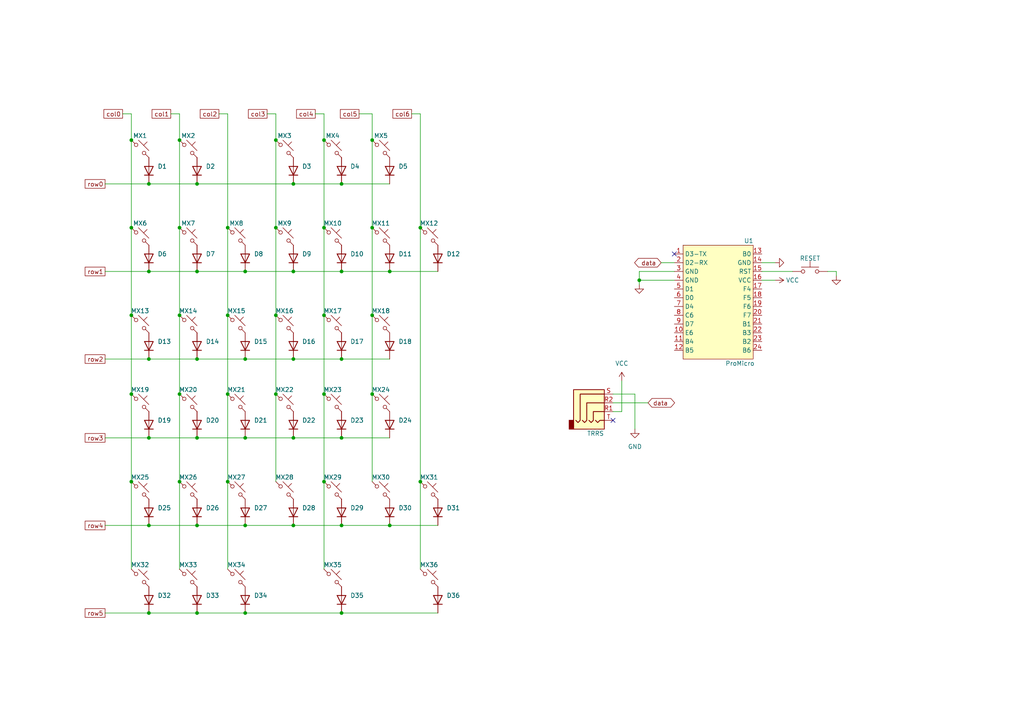
<source format=kicad_sch>
(kicad_sch (version 20230121) (generator eeschema)
  (paper "A4")
  (lib_symbols
    (symbol "Connector_Audio:AudioJack4"
      (property "Reference" "J" (at 0 8.89 0))
      (property "Value" "AudioJack4" (at 0 6.35 0))
      (symbol "AudioJack4_0_1"
        (rectangle (start -6.35 -5.08) (end -7.62 -7.62) (stroke (width 0.254)) (fill (type outline)))
        (polyline (pts (xy 0 -5.08) (xy 0.635 -5.715) (xy 1.27 -5.08) (xy 2.54 -5.08)) (stroke (width 0.254)))
        (polyline (pts (xy -5.715 -5.08) (xy -5.08 -5.715) (xy -4.445 -5.08) (xy -4.445 2.54) (xy 2.54 2.54)) (stroke (width 0.254)))
        (polyline (pts (xy -1.905 -5.08) (xy -1.27 -5.715) (xy -0.635 -5.08) (xy -0.635 -2.54) (xy 2.54 -2.54)) (stroke (width 0.254)))
        (polyline (pts (xy 2.54 0) (xy -2.54 0) (xy -2.54 -5.08) (xy -3.175 -5.715) (xy -3.81 -5.08)) (stroke (width 0.254)))
        (rectangle (start 2.54 3.81) (end -6.35 -7.62) (stroke (width 0.254)) (fill (type background)))
      )
      (symbol "AudioJack4_1_1"
        (pin passive line (at 5.08 -2.54 180) (length 2.54) (name "~") (number "R1"))
        (pin passive line (at 5.08 0 180) (length 2.54) (name "~") (number "R2"))
        (pin passive line (at 5.08 2.54 180) (length 2.54) (name "~") (number "S"))
        (pin passive line (at 5.08 -5.08 180) (length 2.54) (name "~") (number "T"))
      )
    )
    (symbol "ScottoKeebs:Placeholder_Diode" (pin_numbers hide) (pin_names hide)
      (property "Reference" "D" (at 0 2.54 0))
      (property "Value" "Diode" (at 0 -2.54 0))
      (symbol "Placeholder_Diode_0_1"
        (polyline (pts (xy -1.27 1.27) (xy -1.27 -1.27)) (stroke (width 0.254)))
        (polyline (pts (xy 1.27 0) (xy -1.27 0)))
        (polyline (pts (xy 1.27 1.27) (xy 1.27 -1.27) (xy -1.27 0) (xy 1.27 1.27)) (stroke (width 0.254)))
      )
      (symbol "Placeholder_Diode_1_1"
        (pin passive line (at -3.81 0 0) (length 2.54) (name "K") (number "1"))
        (pin passive line (at 3.81 0 180) (length 2.54) (name "A") (number "2"))
      )
    )
    (symbol "Switch:SW_Push" (pin_numbers hide) (pin_names (offset 1.016) hide)
      (property "Reference" "SW" (at 1.27 2.54 0))
      (property "Value" "SW_Push" (at 0 -1.524 0))
      (symbol "SW_Push_0_1"
        (circle (center -2.032 0) (radius 0.508))
        (polyline (pts (xy 0 1.27) (xy 0 3.048)))
        (polyline (pts (xy 2.54 1.27) (xy -2.54 1.27)))
        (circle (center 2.032 0) (radius 0.508))
        (pin passive line (at -5.08 0 0) (length 2.54) (name "1") (number "1"))
        (pin passive line (at 5.08 0 180) (length 2.54) (name "2") (number "2"))
      )
    )
    (symbol "marbastlib-mx:MX_SW_solder" (pin_numbers hide) (pin_names (offset 1.016) hide)
      (property "Reference" "MX" (at 3.048 1.016 0))
      (property "Value" "MX_SW_solder" (at 0 -3.81 0))
      (symbol "MX_SW_solder_0_1"
        (circle (center -1.1684 1.1684) (radius 0.508))
        (polyline (pts (xy -0.508 2.54) (xy 2.54 -0.508)))
        (polyline (pts (xy 1.016 1.016) (xy 2.032 2.032)))
        (polyline (pts (xy -2.54 2.54) (xy -1.524 1.524) (xy -1.524 1.524)))
        (polyline (pts (xy 1.524 -1.524) (xy 2.54 -2.54) (xy 2.54 -2.54) (xy 2.54 -2.54)))
        (circle (center 1.143 -1.1938) (radius 0.508))
        (pin passive line (at -2.54 2.54 0) (length 0) (name "1") (number "1"))
        (pin passive line (at 2.54 -2.54 180) (length 0) (name "2") (number "2"))
      )
    )
    (symbol "marbastlib-promicroish:Arduino_ProMicro" (in_bom no)
      (property "Reference" "U" (at 0 20.32 0))
      (property "Value" "ProMicro" (at 0 17.78 0))
      (symbol "Arduino_ProMicro_0_0"
        (pin bidirectional line (at -12.7 13.97 0) (length 2.54) (name "D3-TX") (number "1"))
        (pin bidirectional line (at -12.7 -8.89 0) (length 2.54) (name "E6") (number "10"))
        (pin bidirectional line (at -12.7 -11.43 0) (length 2.54) (name "B4") (number "11"))
        (pin bidirectional line (at -12.7 -13.97 0) (length 2.54) (name "B5") (number "12"))
        (pin power_out line (at 12.7 11.43 180) (length 2.54) (name "GND") (number "14"))
        (pin bidirectional line (at 12.7 8.89 180) (length 2.54) (name "RST") (number "15"))
        (pin bidirectional line (at 12.7 3.81 180) (length 2.54) (name "F4") (number "17"))
        (pin bidirectional line (at 12.7 1.27 180) (length 2.54) (name "F5") (number "18"))
        (pin bidirectional line (at 12.7 -1.27 180) (length 2.54) (name "F6") (number "19"))
        (pin bidirectional line (at -12.7 11.43 0) (length 2.54) (name "D2-RX") (number "2"))
        (pin bidirectional line (at 12.7 -3.81 180) (length 2.54) (name "F7") (number "20"))
        (pin bidirectional line (at 12.7 -6.35 180) (length 2.54) (name "B1") (number "21"))
        (pin bidirectional line (at 12.7 -8.89 180) (length 2.54) (name "B3") (number "22"))
        (pin bidirectional line (at 12.7 -11.43 180) (length 2.54) (name "B2") (number "23"))
        (pin bidirectional line (at 12.7 -13.97 180) (length 2.54) (name "B6") (number "24"))
        (pin power_out line (at -12.7 8.89 0) (length 2.54) (name "GND") (number "3"))
        (pin power_out line (at -12.7 6.35 0) (length 2.54) (name "GND") (number "4"))
        (pin bidirectional line (at -12.7 3.81 0) (length 2.54) (name "D1") (number "5"))
        (pin bidirectional line (at -12.7 1.27 0) (length 2.54) (name "D0") (number "6"))
        (pin bidirectional line (at -12.7 -1.27 0) (length 2.54) (name "D4") (number "7"))
        (pin bidirectional line (at -12.7 -3.81 0) (length 2.54) (name "C6") (number "8"))
        (pin bidirectional line (at -12.7 -6.35 0) (length 2.54) (name "D7") (number "9"))
      )
      (symbol "Arduino_ProMicro_1_0"
        (pin bidirectional line (at 12.7 13.97 180) (length 2.54) (name "B0") (number "13"))
        (pin power_out line (at 12.7 6.35 180) (length 2.54) (name "VCC") (number "16"))
      )
      (symbol "Arduino_ProMicro_1_1"
        (rectangle (start -10.16 16.51) (end 10.16 -16.51) (fill (type background)))
      )
    )
    (symbol "power:GND" (power) (pin_names (offset 0))
      (property "Value" "GND" (at 0 -3.81 0))
      (symbol "GND_0_1"
        (polyline (pts (xy 0 0) (xy 0 -1.27) (xy 1.27 -1.27) (xy 0 -2.54) (xy -1.27 -1.27) (xy 0 -1.27)))
      )
      (symbol "GND_1_1"
        (pin power_in line (at 0 0 270) (length 0) hide (name "GND") (number "1"))
      )
    )
    (symbol "power:VCC" (power) (pin_names (offset 0))
      (property "Value" "VCC" (at 0 3.81 0))
      (symbol "VCC_0_1"
        (polyline (pts (xy -0.762 1.27) (xy 0 2.54)))
        (polyline (pts (xy 0 0) (xy 0 2.54)))
        (polyline (pts (xy 0 2.54) (xy 0.762 1.27)))
      )
      (symbol "VCC_1_1"
        (pin power_in line (at 0 0 90) (length 0) hide (name "VCC") (number "1"))
      )
    )
  )
  (junction (at 80.01 66.04))
  (junction (at 80.01 114.3))
  (junction (at 43.18 127))
  (junction (at 99.06 177.8))
  (junction (at 107.95 66.04))
  (junction (at 43.18 177.8))
  (junction (at 99.06 127))
  (junction (at 121.92 139.7))
  (junction (at 93.98 139.7))
  (junction (at 38.1 91.44))
  (junction (at 93.98 40.64))
  (junction (at 52.07 114.3))
  (junction (at 99.06 104.14))
  (junction (at 57.15 177.8))
  (junction (at 121.92 66.04))
  (junction (at 57.15 127))
  (junction (at 52.07 66.04))
  (junction (at 43.18 78.74))
  (junction (at 93.98 114.3))
  (junction (at 107.95 114.3))
  (junction (at 66.04 66.04))
  (junction (at 113.03 152.4))
  (junction (at 99.06 53.34))
  (junction (at 71.12 78.74))
  (junction (at 57.15 78.74))
  (junction (at 57.15 152.4))
  (junction (at 99.06 78.74))
  (junction (at 52.07 139.7))
  (junction (at 85.09 152.4))
  (junction (at 38.1 66.04))
  (junction (at 57.15 53.34))
  (junction (at 38.1 40.64))
  (junction (at 113.03 78.74))
  (junction (at 80.01 91.44))
  (junction (at 66.04 114.3))
  (junction (at 93.98 66.04))
  (junction (at 85.09 78.74))
  (junction (at 107.95 40.64))
  (junction (at 80.01 40.64))
  (junction (at 52.07 91.44))
  (junction (at 43.18 53.34))
  (junction (at 85.09 53.34))
  (junction (at 185.42 81.28))
  (junction (at 71.12 152.4))
  (junction (at 107.95 91.44))
  (junction (at 38.1 139.7))
  (junction (at 38.1 114.3))
  (junction (at 43.18 104.14))
  (junction (at 66.04 139.7))
  (junction (at 93.98 91.44))
  (junction (at 99.06 152.4))
  (junction (at 71.12 104.14))
  (junction (at 85.09 104.14))
  (junction (at 43.18 152.4))
  (junction (at 71.12 127))
  (junction (at 71.12 177.8))
  (junction (at 85.09 127))
  (junction (at 52.07 40.64))
  (junction (at 66.04 91.44))
  (junction (at 57.15 104.14))
  (no_connect (at 177.8 121.92))
  (no_connect (at 195.58 73.66))
  (wire (pts (xy 184.15 114.3) (xy 184.15 124.46)))
  (wire (pts (xy 113.03 78.74) (xy 127 78.74)))
  (wire (pts (xy 57.15 53.34) (xy 85.09 53.34)))
  (wire (pts (xy 107.95 66.04) (xy 107.95 91.44)))
  (wire (pts (xy 99.06 104.14) (xy 113.03 104.14)))
  (wire (pts (xy 195.58 78.74) (xy 185.42 78.74)))
  (wire (pts (xy 85.09 104.14) (xy 99.06 104.14)))
  (wire (pts (xy 107.95 91.44) (xy 107.95 114.3)))
  (wire (pts (xy 52.07 91.44) (xy 52.07 114.3)))
  (wire (pts (xy 66.04 91.44) (xy 66.04 114.3)))
  (wire (pts (xy 93.98 40.64) (xy 93.98 66.04)))
  (wire (pts (xy 85.09 53.34) (xy 99.06 53.34)))
  (wire (pts (xy 52.07 33.02) (xy 52.07 40.64)))
  (wire (pts (xy 57.15 177.8) (xy 71.12 177.8)))
  (wire (pts (xy 80.01 66.04) (xy 80.01 91.44)))
  (wire (pts (xy 93.98 139.7) (xy 93.98 165.1)))
  (wire (pts (xy 180.34 119.38) (xy 180.34 110.49)))
  (wire (pts (xy 195.58 81.28) (xy 185.42 81.28)))
  (wire (pts (xy 77.47 33.02) (xy 80.01 33.02)))
  (wire (pts (xy 30.48 53.34) (xy 43.18 53.34)))
  (wire (pts (xy 43.18 127) (xy 57.15 127)))
  (wire (pts (xy 43.18 177.8) (xy 57.15 177.8)))
  (wire (pts (xy 177.8 114.3) (xy 184.15 114.3)))
  (wire (pts (xy 49.53 33.02) (xy 52.07 33.02)))
  (wire (pts (xy 107.95 33.02) (xy 107.95 40.64)))
  (wire (pts (xy 85.09 127) (xy 99.06 127)))
  (wire (pts (xy 93.98 66.04) (xy 93.98 91.44)))
  (wire (pts (xy 99.06 53.34) (xy 113.03 53.34)))
  (wire (pts (xy 93.98 33.02) (xy 93.98 40.64)))
  (wire (pts (xy 220.98 78.74) (xy 229.87 78.74)))
  (wire (pts (xy 121.92 139.7) (xy 121.92 165.1)))
  (wire (pts (xy 66.04 66.04) (xy 66.04 91.44)))
  (wire (pts (xy 224.79 76.2) (xy 220.98 76.2)))
  (wire (pts (xy 43.18 104.14) (xy 57.15 104.14)))
  (wire (pts (xy 66.04 33.02) (xy 66.04 66.04)))
  (wire (pts (xy 66.04 139.7) (xy 66.04 165.1)))
  (wire (pts (xy 93.98 91.44) (xy 93.98 114.3)))
  (wire (pts (xy 57.15 104.14) (xy 71.12 104.14)))
  (wire (pts (xy 85.09 152.4) (xy 99.06 152.4)))
  (wire (pts (xy 43.18 78.74) (xy 57.15 78.74)))
  (wire (pts (xy 71.12 127) (xy 85.09 127)))
  (wire (pts (xy 38.1 66.04) (xy 38.1 91.44)))
  (wire (pts (xy 185.42 78.74) (xy 185.42 81.28)))
  (wire (pts (xy 63.5 33.02) (xy 66.04 33.02)))
  (wire (pts (xy 52.07 40.64) (xy 52.07 66.04)))
  (wire (pts (xy 43.18 152.4) (xy 57.15 152.4)))
  (wire (pts (xy 191.77 76.2) (xy 195.58 76.2)))
  (wire (pts (xy 240.03 78.74) (xy 242.57 78.74)))
  (wire (pts (xy 30.48 104.14) (xy 43.18 104.14)))
  (wire (pts (xy 30.48 78.74) (xy 43.18 78.74)))
  (wire (pts (xy 91.44 33.02) (xy 93.98 33.02)))
  (wire (pts (xy 242.57 78.74) (xy 242.57 80.01)))
  (wire (pts (xy 38.1 114.3) (xy 38.1 139.7)))
  (wire (pts (xy 30.48 177.8) (xy 43.18 177.8)))
  (wire (pts (xy 107.95 114.3) (xy 107.95 139.7)))
  (wire (pts (xy 80.01 91.44) (xy 80.01 114.3)))
  (wire (pts (xy 35.56 33.02) (xy 38.1 33.02)))
  (wire (pts (xy 38.1 91.44) (xy 38.1 114.3)))
  (wire (pts (xy 107.95 40.64) (xy 107.95 66.04)))
  (wire (pts (xy 113.03 151.13) (xy 113.03 152.4)))
  (wire (pts (xy 30.48 152.4) (xy 43.18 152.4)))
  (wire (pts (xy 80.01 114.3) (xy 80.01 139.7)))
  (wire (pts (xy 71.12 152.4) (xy 85.09 152.4)))
  (wire (pts (xy 71.12 78.74) (xy 85.09 78.74)))
  (wire (pts (xy 224.79 81.28) (xy 220.98 81.28)))
  (wire (pts (xy 177.8 119.38) (xy 180.34 119.38)))
  (wire (pts (xy 52.07 139.7) (xy 52.07 165.1)))
  (wire (pts (xy 38.1 139.7) (xy 38.1 165.1)))
  (wire (pts (xy 52.07 114.3) (xy 52.07 139.7)))
  (wire (pts (xy 57.15 127) (xy 71.12 127)))
  (wire (pts (xy 99.06 127) (xy 113.03 127)))
  (wire (pts (xy 52.07 66.04) (xy 52.07 91.44)))
  (wire (pts (xy 66.04 114.3) (xy 66.04 139.7)))
  (wire (pts (xy 71.12 177.8) (xy 99.06 177.8)))
  (wire (pts (xy 104.14 33.02) (xy 107.95 33.02)))
  (wire (pts (xy 119.38 33.02) (xy 121.92 33.02)))
  (wire (pts (xy 57.15 152.4) (xy 71.12 152.4)))
  (wire (pts (xy 38.1 33.02) (xy 38.1 40.64)))
  (wire (pts (xy 57.15 78.74) (xy 71.12 78.74)))
  (wire (pts (xy 99.06 152.4) (xy 113.03 152.4)))
  (wire (pts (xy 121.92 66.04) (xy 121.92 139.7)))
  (wire (pts (xy 93.98 114.3) (xy 93.98 139.7)))
  (wire (pts (xy 121.92 33.02) (xy 121.92 66.04)))
  (wire (pts (xy 185.42 81.28) (xy 185.42 82.55)))
  (wire (pts (xy 71.12 104.14) (xy 85.09 104.14)))
  (wire (pts (xy 113.03 152.4) (xy 127 152.4)))
  (wire (pts (xy 177.8 116.84) (xy 187.96 116.84)))
  (wire (pts (xy 99.06 177.8) (xy 127 177.8)))
  (wire (pts (xy 80.01 40.64) (xy 80.01 66.04)))
  (wire (pts (xy 80.01 33.02) (xy 80.01 40.64)))
  (wire (pts (xy 30.48 127) (xy 43.18 127)))
  (wire (pts (xy 43.18 53.34) (xy 57.15 53.34)))
  (wire (pts (xy 38.1 40.64) (xy 38.1 66.04)))
  (wire (pts (xy 99.06 78.74) (xy 113.03 78.74)))
  (wire (pts (xy 85.09 78.74) (xy 99.06 78.74)))
  (global_label "row5" (shape passive) (at 30.48 177.8 180) (property "Intersheetrefs" "${INTERSHEET_REFS}" (effects hide)))
  (global_label "col2" (shape passive) (at 63.5 33.02 180) (property "Intersheetrefs" "${INTERSHEET_REFS}" (effects hide)))
  (global_label "row1" (shape passive) (at 30.48 78.74 180) (property "Intersheetrefs" "${INTERSHEET_REFS}" (effects hide)))
  (global_label "col6" (shape passive) (at 119.38 33.02 180) (property "Intersheetrefs" "${INTERSHEET_REFS}" (effects hide)))
  (global_label "row2" (shape passive) (at 30.48 104.14 180) (property "Intersheetrefs" "${INTERSHEET_REFS}" (effects hide)))
  (global_label "row3" (shape passive) (at 30.48 127 180) (property "Intersheetrefs" "${INTERSHEET_REFS}" (effects hide)))
  (global_label "col3" (shape passive) (at 77.47 33.02 180) (property "Intersheetrefs" "${INTERSHEET_REFS}" (effects hide)))
  (global_label "col4" (shape passive) (at 91.44 33.02 180) (property "Intersheetrefs" "${INTERSHEET_REFS}" (effects hide)))
  (global_label "row0" (shape passive) (at 30.48 53.34 180) (property "Intersheetrefs" "${INTERSHEET_REFS}" (effects hide)))
  (global_label "data" (shape bidirectional) (at 191.77 76.2 180) (property "Intersheetrefs" "${INTERSHEET_REFS}" (effects hide)))
  (global_label "col5" (shape passive) (at 104.14 33.02 180) (property "Intersheetrefs" "${INTERSHEET_REFS}" (effects hide)))
  (global_label "col1" (shape passive) (at 49.53 33.02 180) (property "Intersheetrefs" "${INTERSHEET_REFS}" (effects hide)))
  (global_label "col0" (shape passive) (at 35.56 33.02 180) (property "Intersheetrefs" "${INTERSHEET_REFS}" (effects hide)))
  (global_label "data" (shape bidirectional) (at 187.96 116.84 0) (property "Intersheetrefs" "${INTERSHEET_REFS}" (effects hide)))
  (global_label "row4" (shape passive) (at 30.48 152.4 180) (property "Intersheetrefs" "${INTERSHEET_REFS}" (effects hide)))
  (symbol (lib_id "ScottoKeebs:Placeholder_Diode") (at 57.15 148.59 90) (unit 1)
    (property "Reference" "D26" (at 59.69 147.32 90) (effects (justify right)))
    (property "Value" "Diode" (effects hide))
    (property "Sim.Device" "D" (effects hide))
    (property "Sim.Pins" "1=K 2=A" (effects hide))
  )
  (symbol (lib_id "ScottoKeebs:Placeholder_Diode") (at 99.06 173.99 90) (unit 1)
    (property "Reference" "D35" (at 101.6 172.72 90) (effects (justify right)))
    (property "Value" "Diode" (effects hide))
    (property "Sim.Device" "D" (effects hide))
    (property "Sim.Pins" "1=K 2=A" (effects hide))
  )
  (symbol (lib_id "ScottoKeebs:Placeholder_Diode") (at 85.09 74.93 90) (unit 1)
    (property "Reference" "D9" (at 87.63 73.66 90) (effects (justify right)))
    (property "Value" "Diode" (effects hide))
    (property "Sim.Device" "D" (effects hide))
    (property "Sim.Pins" "1=K 2=A" (effects hide))
  )
  (symbol (lib_id "ScottoKeebs:Placeholder_Diode") (at 85.09 148.59 90) (unit 1)
    (property "Reference" "D28" (at 87.63 147.32 90) (effects (justify right)))
    (property "Value" "Diode" (effects hide))
    (property "Sim.Device" "D" (effects hide))
    (property "Sim.Pins" "1=K 2=A" (effects hide))
  )
  (symbol (lib_id "marbastlib-mx:MX_SW_solder") (at 40.64 142.24 0) (unit 1)
    (property "Reference" "MX25" (at 40.64 138.43 0))
    (property "Value" "MX_SW_solder" (effects hide))
    (property "Footprint" "PCM_marbastlib-mx:SW_MX_1u" (effects hide))
  )
  (symbol (lib_id "power:GND") (at 185.42 82.55 0) (unit 1)
    (property "Reference" "#PWR01" (effects hide))
    (property "Value" "GND" (effects hide))
  )
  (symbol (lib_id "marbastlib-mx:MX_SW_solder") (at 124.46 142.24 0) (unit 1)
    (property "Reference" "MX31" (at 124.46 138.43 0))
    (property "Value" "MX_SW_solder" (effects hide))
    (property "Footprint" "PCM_marbastlib-mx:SW_MX_1u" (effects hide))
  )
  (symbol (lib_id "ScottoKeebs:Placeholder_Diode") (at 71.12 173.99 90) (unit 1)
    (property "Reference" "D34" (at 73.66 172.72 90) (effects (justify right)))
    (property "Value" "Diode" (effects hide))
    (property "Sim.Device" "D" (effects hide))
    (property "Sim.Pins" "1=K 2=A" (effects hide))
  )
  (symbol (lib_id "marbastlib-mx:MX_SW_solder") (at 68.58 167.64 0) (unit 1)
    (property "Reference" "MX34" (at 68.58 163.83 0))
    (property "Value" "MX_SW_solder" (effects hide))
    (property "Footprint" "PCM_marbastlib-mx:SW_MX_1u" (effects hide))
  )
  (symbol (lib_id "ScottoKeebs:Placeholder_Diode") (at 127 148.59 90) (unit 1)
    (property "Reference" "D31" (at 129.54 147.32 90) (effects (justify right)))
    (property "Value" "Diode" (effects hide))
    (property "Sim.Device" "D" (effects hide))
    (property "Sim.Pins" "1=K 2=A" (effects hide))
  )
  (symbol (lib_id "ScottoKeebs:Placeholder_Diode") (at 57.15 100.33 90) (unit 1)
    (property "Reference" "D14" (at 59.69 99.06 90) (effects (justify right)))
    (property "Value" "Diode" (effects hide))
    (property "Sim.Device" "D" (effects hide))
    (property "Sim.Pins" "1=K 2=A" (effects hide))
  )
  (symbol (lib_id "marbastlib-mx:MX_SW_solder") (at 82.55 68.58 0) (unit 1)
    (property "Reference" "MX9" (at 82.55 64.77 0))
    (property "Value" "MX_SW_solder" (effects hide))
    (property "Footprint" "PCM_marbastlib-mx:SW_MX_1u" (effects hide))
  )
  (symbol (lib_id "Switch:SW_Push") (at 234.95 78.74 0) (unit 1)
    (property "Reference" "SW1" (effects hide))
    (property "Value" "RESET" (at 234.95 74.93 0))
  )
  (symbol (lib_id "ScottoKeebs:Placeholder_Diode") (at 71.12 74.93 90) (unit 1)
    (property "Reference" "D8" (at 73.66 73.66 90) (effects (justify right)))
    (property "Value" "Diode" (effects hide))
    (property "Sim.Device" "D" (effects hide))
    (property "Sim.Pins" "1=K 2=A" (effects hide))
  )
  (symbol (lib_id "marbastlib-mx:MX_SW_solder") (at 40.64 43.18 0) (unit 1)
    (property "Reference" "MX1" (at 40.64 39.37 0))
    (property "Value" "MX_SW_solder" (effects hide))
    (property "Footprint" "PCM_marbastlib-mx:SW_MX_1u" (effects hide))
  )
  (symbol (lib_id "marbastlib-mx:MX_SW_solder") (at 82.55 93.98 0) (unit 1)
    (property "Reference" "MX16" (at 82.55 90.17 0))
    (property "Value" "MX_SW_solder" (effects hide))
    (property "Footprint" "PCM_marbastlib-mx:SW_MX_1u" (effects hide))
  )
  (symbol (lib_id "marbastlib-mx:MX_SW_solder") (at 96.52 68.58 0) (unit 1)
    (property "Reference" "MX10" (at 96.52 64.77 0))
    (property "Value" "MX_SW_solder" (effects hide))
    (property "Footprint" "PCM_marbastlib-mx:SW_MX_1u" (effects hide))
  )
  (symbol (lib_id "ScottoKeebs:Placeholder_Diode") (at 57.15 123.19 90) (unit 1)
    (property "Reference" "D20" (at 59.69 121.92 90) (effects (justify right)))
    (property "Value" "Diode" (effects hide))
    (property "Sim.Device" "D" (effects hide))
    (property "Sim.Pins" "1=K 2=A" (effects hide))
  )
  (symbol (lib_id "ScottoKeebs:Placeholder_Diode") (at 71.12 148.59 90) (unit 1)
    (property "Reference" "D27" (at 73.66 147.32 90) (effects (justify right)))
    (property "Value" "Diode" (effects hide))
    (property "Sim.Device" "D" (effects hide))
    (property "Sim.Pins" "1=K 2=A" (effects hide))
  )
  (symbol (lib_id "marbastlib-mx:MX_SW_solder") (at 96.52 167.64 0) (unit 1)
    (property "Reference" "MX35" (at 96.52 163.83 0))
    (property "Value" "MX_SW_solder" (effects hide))
    (property "Footprint" "PCM_marbastlib-mx:SW_MX_1u" (effects hide))
  )
  (symbol (lib_id "marbastlib-mx:MX_SW_solder") (at 68.58 93.98 0) (unit 1)
    (property "Reference" "MX15" (at 68.58 90.17 0))
    (property "Value" "MX_SW_solder" (effects hide))
    (property "Footprint" "PCM_marbastlib-mx:SW_MX_1u" (effects hide))
  )
  (symbol (lib_id "ScottoKeebs:Placeholder_Diode") (at 99.06 148.59 90) (unit 1)
    (property "Reference" "D29" (at 101.6 147.32 90) (effects (justify right)))
    (property "Value" "Diode" (effects hide))
    (property "Sim.Device" "D" (effects hide))
    (property "Sim.Pins" "1=K 2=A" (effects hide))
  )
  (symbol (lib_id "marbastlib-mx:MX_SW_solder") (at 110.49 43.18 0) (unit 1)
    (property "Reference" "MX5" (at 110.49 39.37 0))
    (property "Value" "MX_SW_solder" (effects hide))
    (property "Footprint" "PCM_marbastlib-mx:SW_MX_1u" (effects hide))
  )
  (symbol (lib_id "marbastlib-mx:MX_SW_solder") (at 40.64 116.84 0) (unit 1)
    (property "Reference" "MX19" (at 40.64 113.03 0))
    (property "Value" "MX_SW_solder" (effects hide))
    (property "Footprint" "PCM_marbastlib-mx:SW_MX_1u" (effects hide))
  )
  (symbol (lib_id "ScottoKeebs:Placeholder_Diode") (at 99.06 49.53 90) (unit 1)
    (property "Reference" "D4" (at 101.6 48.26 90) (effects (justify right)))
    (property "Value" "Diode" (effects hide))
    (property "Sim.Device" "D" (effects hide))
    (property "Sim.Pins" "1=K 2=A" (effects hide))
  )
  (symbol (lib_id "ScottoKeebs:Placeholder_Diode") (at 127 173.99 90) (unit 1)
    (property "Reference" "D36" (at 129.54 172.72 90) (effects (justify right)))
    (property "Value" "Diode" (effects hide))
    (property "Sim.Device" "D" (effects hide))
    (property "Sim.Pins" "1=K 2=A" (effects hide))
  )
  (symbol (lib_id "power:VCC") (at 224.79 81.28 270) (unit 1)
    (property "Reference" "#PWR03" (effects hide))
    (property "Value" "VCC" (at 229.87 81.28 90))
  )
  (symbol (lib_id "power:VCC") (at 180.34 110.49 0) (unit 1)
    (property "Reference" "#PWR06" (effects hide))
    (property "Value" "VCC" (at 180.34 105.41 0))
  )
  (symbol (lib_id "ScottoKeebs:Placeholder_Diode") (at 43.18 173.99 90) (unit 1)
    (property "Reference" "D32" (at 45.72 172.72 90) (effects (justify right)))
    (property "Value" "Diode" (effects hide))
    (property "Sim.Device" "D" (effects hide))
    (property "Sim.Pins" "1=K 2=A" (effects hide))
  )
  (symbol (lib_id "ScottoKeebs:Placeholder_Diode") (at 113.03 123.19 90) (unit 1)
    (property "Reference" "D24" (at 115.57 121.92 90) (effects (justify right)))
    (property "Value" "Diode" (effects hide))
    (property "Sim.Device" "D" (effects hide))
    (property "Sim.Pins" "1=K 2=A" (effects hide))
  )
  (symbol (lib_id "ScottoKeebs:Placeholder_Diode") (at 71.12 123.19 90) (unit 1)
    (property "Reference" "D21" (at 73.66 121.92 90) (effects (justify right)))
    (property "Value" "Diode" (effects hide))
    (property "Sim.Device" "D" (effects hide))
    (property "Sim.Pins" "1=K 2=A" (effects hide))
  )
  (symbol (lib_id "marbastlib-mx:MX_SW_solder") (at 54.61 93.98 0) (unit 1)
    (property "Reference" "MX14" (at 54.61 90.17 0))
    (property "Value" "MX_SW_solder" (effects hide))
    (property "Footprint" "PCM_marbastlib-mx:SW_MX_1u" (effects hide))
  )
  (symbol (lib_id "marbastlib-mx:MX_SW_solder") (at 110.49 142.24 0) (unit 1)
    (property "Reference" "MX30" (at 110.49 138.43 0))
    (property "Value" "MX_SW_solder" (effects hide))
    (property "Footprint" "PCM_marbastlib-mx:SW_MX_1u" (effects hide))
  )
  (symbol (lib_id "marbastlib-mx:MX_SW_solder") (at 82.55 43.18 0) (unit 1)
    (property "Reference" "MX3" (at 82.55 39.37 0))
    (property "Value" "MX_SW_solder" (effects hide))
    (property "Footprint" "PCM_marbastlib-mx:SW_MX_1u" (effects hide))
  )
  (symbol (lib_id "marbastlib-mx:MX_SW_solder") (at 68.58 142.24 0) (unit 1)
    (property "Reference" "MX27" (at 68.58 138.43 0))
    (property "Value" "MX_SW_solder" (effects hide))
    (property "Footprint" "PCM_marbastlib-mx:SW_MX_1u" (effects hide))
  )
  (symbol (lib_id "ScottoKeebs:Placeholder_Diode") (at 113.03 49.53 90) (unit 1)
    (property "Reference" "D5" (at 115.57 48.26 90) (effects (justify right)))
    (property "Value" "Diode" (effects hide))
    (property "Sim.Device" "D" (effects hide))
    (property "Sim.Pins" "1=K 2=A" (effects hide))
  )
  (symbol (lib_id "marbastlib-mx:MX_SW_solder") (at 96.52 93.98 0) (unit 1)
    (property "Reference" "MX17" (at 96.52 90.17 0))
    (property "Value" "MX_SW_solder" (effects hide))
    (property "Footprint" "PCM_marbastlib-mx:SW_MX_1u" (effects hide))
  )
  (symbol (lib_id "ScottoKeebs:Placeholder_Diode") (at 99.06 74.93 90) (unit 1)
    (property "Reference" "D10" (at 101.6 73.66 90) (effects (justify right)))
    (property "Value" "Diode" (effects hide))
    (property "Sim.Device" "D" (effects hide))
    (property "Sim.Pins" "1=K 2=A" (effects hide))
  )
  (symbol (lib_id "ScottoKeebs:Placeholder_Diode") (at 57.15 173.99 90) (unit 1)
    (property "Reference" "D33" (at 59.69 172.72 90) (effects (justify right)))
    (property "Value" "Diode" (effects hide))
    (property "Sim.Device" "D" (effects hide))
    (property "Sim.Pins" "1=K 2=A" (effects hide))
  )
  (symbol (lib_id "marbastlib-mx:MX_SW_solder") (at 124.46 68.58 0) (unit 1)
    (property "Reference" "MX12" (at 124.46 64.77 0))
    (property "Value" "MX_SW_solder" (effects hide))
    (property "Footprint" "PCM_marbastlib-mx:SW_MX_1u" (effects hide))
  )
  (symbol (lib_id "ScottoKeebs:Placeholder_Diode") (at 113.03 74.93 90) (unit 1)
    (property "Reference" "D11" (at 115.57 73.66 90) (effects (justify right)))
    (property "Value" "Diode" (effects hide))
    (property "Sim.Device" "D" (effects hide))
    (property "Sim.Pins" "1=K 2=A" (effects hide))
  )
  (symbol (lib_id "ScottoKeebs:Placeholder_Diode") (at 85.09 49.53 90) (unit 1)
    (property "Reference" "D3" (at 87.63 48.26 90) (effects (justify right)))
    (property "Value" "Diode" (effects hide))
    (property "Sim.Device" "D" (effects hide))
    (property "Sim.Pins" "1=K 2=A" (effects hide))
  )
  (symbol (lib_id "marbastlib-mx:MX_SW_solder") (at 54.61 43.18 0) (unit 1)
    (property "Reference" "MX2" (at 54.61 39.37 0))
    (property "Value" "MX_SW_solder" (effects hide))
    (property "Footprint" "PCM_marbastlib-mx:SW_MX_1u" (effects hide))
  )
  (symbol (lib_id "ScottoKeebs:Placeholder_Diode") (at 85.09 123.19 90) (unit 1)
    (property "Reference" "D22" (at 87.63 121.92 90) (effects (justify right)))
    (property "Value" "Diode" (effects hide))
    (property "Sim.Device" "D" (effects hide))
    (property "Sim.Pins" "1=K 2=A" (effects hide))
  )
  (symbol (lib_id "ScottoKeebs:Placeholder_Diode") (at 99.06 100.33 90) (unit 1)
    (property "Reference" "D17" (at 101.6 99.06 90) (effects (justify right)))
    (property "Value" "Diode" (effects hide))
    (property "Sim.Device" "D" (effects hide))
    (property "Sim.Pins" "1=K 2=A" (effects hide))
  )
  (symbol (lib_id "ScottoKeebs:Placeholder_Diode") (at 99.06 123.19 90) (unit 1)
    (property "Reference" "D23" (at 101.6 121.92 90) (effects (justify right)))
    (property "Value" "Diode" (effects hide))
    (property "Sim.Device" "D" (effects hide))
    (property "Sim.Pins" "1=K 2=A" (effects hide))
  )
  (symbol (lib_id "ScottoKeebs:Placeholder_Diode") (at 71.12 100.33 90) (unit 1)
    (property "Reference" "D15" (at 73.66 99.06 90) (effects (justify right)))
    (property "Value" "Diode" (effects hide))
    (property "Sim.Device" "D" (effects hide))
    (property "Sim.Pins" "1=K 2=A" (effects hide))
  )
  (symbol (lib_id "ScottoKeebs:Placeholder_Diode") (at 127 74.93 90) (unit 1)
    (property "Reference" "D12" (at 129.54 73.66 90) (effects (justify right)))
    (property "Value" "Diode" (effects hide))
    (property "Sim.Device" "D" (effects hide))
    (property "Sim.Pins" "1=K 2=A" (effects hide))
  )
  (symbol (lib_id "marbastlib-mx:MX_SW_solder") (at 68.58 116.84 0) (unit 1)
    (property "Reference" "MX21" (at 68.58 113.03 0))
    (property "Value" "MX_SW_solder" (effects hide))
    (property "Footprint" "PCM_marbastlib-mx:SW_MX_1u" (effects hide))
  )
  (symbol (lib_id "marbastlib-mx:MX_SW_solder") (at 96.52 142.24 0) (unit 1)
    (property "Reference" "MX29" (at 96.52 138.43 0))
    (property "Value" "MX_SW_solder" (effects hide))
    (property "Footprint" "PCM_marbastlib-mx:SW_MX_1u" (effects hide))
  )
  (symbol (lib_id "power:GND") (at 242.57 80.01 0) (unit 1)
    (property "Reference" "#PWR04" (effects hide))
    (property "Value" "GND" (effects hide))
  )
  (symbol (lib_id "power:GND") (at 184.15 124.46 0) (unit 1)
    (property "Reference" "#PWR05" (effects hide))
    (property "Value" "GND" (at 184.15 129.54 0))
  )
  (symbol (lib_id "ScottoKeebs:Placeholder_Diode") (at 85.09 100.33 90) (unit 1)
    (property "Reference" "D16" (at 87.63 99.06 90) (effects (justify right)))
    (property "Value" "Diode" (effects hide))
    (property "Sim.Device" "D" (effects hide))
    (property "Sim.Pins" "1=K 2=A" (effects hide))
  )
  (symbol (lib_id "marbastlib-mx:MX_SW_solder") (at 40.64 167.64 0) (unit 1)
    (property "Reference" "MX32" (at 40.64 163.83 0))
    (property "Value" "MX_SW_solder" (effects hide))
    (property "Footprint" "PCM_marbastlib-mx:SW_MX_1u" (effects hide))
  )
  (symbol (lib_id "marbastlib-mx:MX_SW_solder") (at 110.49 116.84 0) (unit 1)
    (property "Reference" "MX24" (at 110.49 113.03 0))
    (property "Value" "MX_SW_solder" (effects hide))
    (property "Footprint" "PCM_marbastlib-mx:SW_MX_1u" (effects hide))
  )
  (symbol (lib_id "power:GND") (at 224.79 76.2 90) (unit 1)
    (property "Reference" "#PWR02" (effects hide))
    (property "Value" "GND" (effects hide))
  )
  (symbol (lib_id "marbastlib-mx:MX_SW_solder") (at 54.61 68.58 0) (unit 1)
    (property "Reference" "MX7" (at 54.61 64.77 0))
    (property "Value" "MX_SW_solder" (effects hide))
    (property "Footprint" "PCM_marbastlib-mx:SW_MX_1u" (effects hide))
  )
  (symbol (lib_id "marbastlib-mx:MX_SW_solder") (at 82.55 142.24 0) (unit 1)
    (property "Reference" "MX28" (at 82.55 138.43 0))
    (property "Value" "MX_SW_solder" (effects hide))
    (property "Footprint" "PCM_marbastlib-mx:SW_MX_1u" (effects hide))
  )
  (symbol (lib_id "marbastlib-mx:MX_SW_solder") (at 54.61 116.84 0) (unit 1)
    (property "Reference" "MX20" (at 54.61 113.03 0))
    (property "Value" "MX_SW_solder" (effects hide))
    (property "Footprint" "PCM_marbastlib-mx:SW_MX_1u" (effects hide))
  )
  (symbol (lib_id "ScottoKeebs:Placeholder_Diode") (at 57.15 49.53 90) (unit 1)
    (property "Reference" "D2" (at 59.69 48.26 90) (effects (justify right)))
    (property "Value" "Diode" (effects hide))
    (property "Sim.Device" "D" (effects hide))
    (property "Sim.Pins" "1=K 2=A" (effects hide))
  )
  (symbol (lib_id "marbastlib-mx:MX_SW_solder") (at 96.52 116.84 0) (unit 1)
    (property "Reference" "MX23" (at 96.52 113.03 0))
    (property "Value" "MX_SW_solder" (effects hide))
    (property "Footprint" "PCM_marbastlib-mx:SW_MX_1u" (effects hide))
  )
  (symbol (lib_id "marbastlib-mx:MX_SW_solder") (at 124.46 167.64 0) (unit 1)
    (property "Reference" "MX36" (at 124.46 163.83 0))
    (property "Value" "MX_SW_solder" (effects hide))
    (property "Footprint" "PCM_marbastlib-mx:SW_MX_1u" (effects hide))
  )
  (symbol (lib_id "ScottoKeebs:Placeholder_Diode") (at 113.03 100.33 90) (unit 1)
    (property "Reference" "D18" (at 115.57 99.06 90) (effects (justify right)))
    (property "Value" "Diode" (effects hide))
    (property "Sim.Device" "D" (effects hide))
    (property "Sim.Pins" "1=K 2=A" (effects hide))
  )
  (symbol (lib_id "ScottoKeebs:Placeholder_Diode") (at 57.15 74.93 90) (unit 1)
    (property "Reference" "D7" (at 59.69 73.66 90) (effects (justify right)))
    (property "Value" "Diode" (effects hide))
    (property "Sim.Device" "D" (effects hide))
    (property "Sim.Pins" "1=K 2=A" (effects hide))
  )
  (symbol (lib_id "marbastlib-mx:MX_SW_solder") (at 110.49 68.58 0) (unit 1)
    (property "Reference" "MX11" (at 110.49 64.77 0))
    (property "Value" "MX_SW_solder" (effects hide))
    (property "Footprint" "PCM_marbastlib-mx:SW_MX_1u" (effects hide))
  )
  (symbol (lib_id "ScottoKeebs:Placeholder_Diode") (at 43.18 123.19 90) (unit 1)
    (property "Reference" "D19" (at 45.72 121.92 90) (effects (justify right)))
    (property "Value" "Diode" (effects hide))
    (property "Sim.Device" "D" (effects hide))
    (property "Sim.Pins" "1=K 2=A" (effects hide))
  )
  (symbol (lib_id "marbastlib-mx:MX_SW_solder") (at 54.61 142.24 0) (unit 1)
    (property "Reference" "MX26" (at 54.61 138.43 0))
    (property "Value" "MX_SW_solder" (effects hide))
    (property "Footprint" "PCM_marbastlib-mx:SW_MX_1u" (effects hide))
  )
  (symbol (lib_id "marbastlib-mx:MX_SW_solder") (at 68.58 68.58 0) (unit 1)
    (property "Reference" "MX8" (at 68.58 64.77 0))
    (property "Value" "MX_SW_solder" (effects hide))
    (property "Footprint" "PCM_marbastlib-mx:SW_MX_1u" (effects hide))
  )
  (symbol (lib_id "marbastlib-mx:MX_SW_solder") (at 82.55 116.84 0) (unit 1)
    (property "Reference" "MX22" (at 82.55 113.03 0))
    (property "Value" "MX_SW_solder" (effects hide))
    (property "Footprint" "PCM_marbastlib-mx:SW_MX_1u" (effects hide))
  )
  (symbol (lib_id "marbastlib-mx:MX_SW_solder") (at 54.61 167.64 0) (unit 1)
    (property "Reference" "MX33" (at 54.61 163.83 0))
    (property "Value" "MX_SW_solder" (effects hide))
    (property "Footprint" "PCM_marbastlib-mx:SW_MX_1u" (effects hide))
  )
  (symbol (lib_id "ScottoKeebs:Placeholder_Diode") (at 113.03 148.59 90) (unit 1)
    (property "Reference" "D30" (at 115.57 147.32 90) (effects (justify right)))
    (property "Value" "Diode" (effects hide))
    (property "Sim.Device" "D" (effects hide))
    (property "Sim.Pins" "1=K 2=A" (effects hide))
  )
  (symbol (lib_id "marbastlib-mx:MX_SW_solder") (at 96.52 43.18 0) (unit 1)
    (property "Reference" "MX4" (at 96.52 39.37 0))
    (property "Value" "MX_SW_solder" (effects hide))
    (property "Footprint" "PCM_marbastlib-mx:SW_MX_1u" (effects hide))
  )
  (symbol (lib_id "marbastlib-mx:MX_SW_solder") (at 40.64 93.98 0) (unit 1)
    (property "Reference" "MX13" (at 40.64 90.17 0))
    (property "Value" "MX_SW_solder" (effects hide))
    (property "Footprint" "PCM_marbastlib-mx:SW_MX_1u" (effects hide))
  )
  (symbol (lib_id "Connector_Audio:AudioJack4") (at 172.72 116.84 0) (unit 1)
    (property "Reference" "J1" (effects hide))
    (property "Value" "TRRS" (at 172.72 125.73 0))
  )
  (symbol (lib_id "ScottoKeebs:Placeholder_Diode") (at 43.18 49.53 90) (unit 1)
    (property "Reference" "D1" (at 45.72 48.26 90) (effects (justify right)))
    (property "Value" "Diode" (effects hide))
    (property "Sim.Device" "D" (effects hide))
    (property "Sim.Pins" "1=K 2=A" (effects hide))
  )
  (symbol (lib_id "marbastlib-mx:MX_SW_solder") (at 40.64 68.58 0) (unit 1)
    (property "Reference" "MX6" (at 40.64 64.77 0))
    (property "Value" "MX_SW_solder" (effects hide))
    (property "Footprint" "PCM_marbastlib-mx:SW_MX_1u" (effects hide))
  )
  (symbol (lib_id "ScottoKeebs:Placeholder_Diode") (at 43.18 74.93 90) (unit 1)
    (property "Reference" "D6" (at 45.72 73.66 90) (effects (justify right)))
    (property "Value" "Diode" (effects hide))
    (property "Sim.Device" "D" (effects hide))
    (property "Sim.Pins" "1=K 2=A" (effects hide))
  )
  (symbol (lib_id "marbastlib-promicroish:Arduino_ProMicro") (at 208.28 87.63 0) (unit 1) (in_bom no)
    (property "Reference" "U1" (at 217.17 69.85 0))
    (property "Value" "ProMicro" (at 214.63 105.41 0))
    (property "Footprint" "PCM_marbastlib-xp-promicroish:ProMicro_USBup" (effects hide))
  )
  (symbol (lib_id "marbastlib-mx:MX_SW_solder") (at 110.49 93.98 0) (unit 1)
    (property "Reference" "MX18" (at 110.49 90.17 0))
    (property "Value" "MX_SW_solder" (effects hide))
    (property "Footprint" "PCM_marbastlib-mx:SW_MX_1u" (effects hide))
  )
  (symbol (lib_id "ScottoKeebs:Placeholder_Diode") (at 43.18 100.33 90) (unit 1)
    (property "Reference" "D13" (at 45.72 99.06 90) (effects (justify right)))
    (property "Value" "Diode" (effects hide))
    (property "Sim.Device" "D" (effects hide))
    (property "Sim.Pins" "1=K 2=A" (effects hide))
  )
  (symbol (lib_id "ScottoKeebs:Placeholder_Diode") (at 43.18 148.59 90) (unit 1)
    (property "Reference" "D25" (at 45.72 147.32 90) (effects (justify right)))
    (property "Value" "Diode" (effects hide))
    (property "Sim.Device" "D" (effects hide))
    (property "Sim.Pins" "1=K 2=A" (effects hide))
  )
)
</source>
